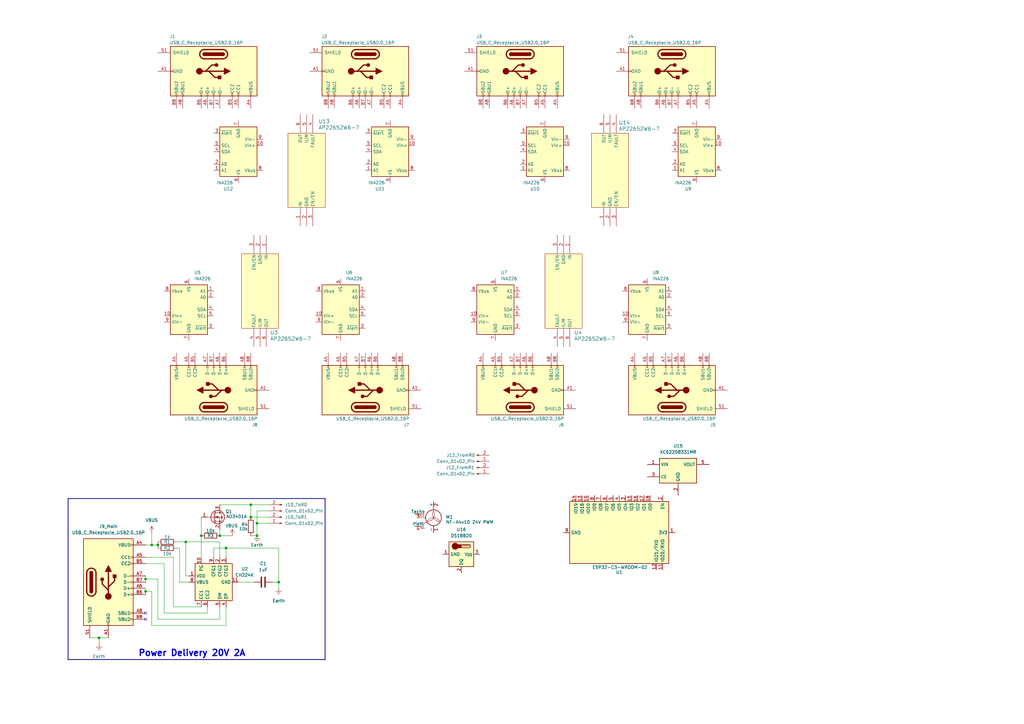
<source format=kicad_sch>
(kicad_sch (version 20250114) (generator "eeschema") (generator_version "9.0")
  (paper "A3")
  (lib_symbols
    (symbol "Connector:Conn_01x02_Pin" (pin_names (offset 1.016) (hide yes))
      (property "Reference" "J" (at 0 2.54 0))
      (property "Value" "Conn_01x02_Pin" (at 0 -5.08 0))
      (symbol "Conn_01x02_Pin_1_1"
        (rectangle (start 0.8636 0.127) (end 0 -0.127) (stroke (width 0.1524)) (fill (type outline)))
        (rectangle (start 0.8636 -2.413) (end 0 -2.667) (stroke (width 0.1524)) (fill (type outline)))
        (polyline (pts (xy 1.27 0) (xy 0.8636 0)) (stroke (width 0.1524)))
        (polyline (pts (xy 1.27 -2.54) (xy 0.8636 -2.54)) (stroke (width 0.1524)))
        (pin passive line (at 5.08 0 180) (length 3.81) (name "Pin_1") (number "1"))
        (pin passive line (at 5.08 -2.54 180) (length 3.81) (name "Pin_2") (number "2"))
      )
    )
    (symbol "Connector:USB_C_Receptacle_USB2.0_16P" (pin_names (offset 1.016))
      (property "Reference" "J" (at 0 22.225 0))
      (property "Value" "USB_C_Receptacle_USB2.0_16P" (at 0 19.685 0))
      (symbol "USB_C_Receptacle_USB2.0_16P_0_0"
        (rectangle (start -0.254 -17.78) (end 0.254 -16.764))
        (rectangle (start 10.16 15.494) (end 9.144 14.986))
        (rectangle (start 10.16 10.414) (end 9.144 9.906))
        (rectangle (start 10.16 7.874) (end 9.144 7.366))
        (rectangle (start 10.16 2.794) (end 9.144 2.286))
        (rectangle (start 10.16 0.254) (end 9.144 -0.254))
        (rectangle (start 10.16 -2.286) (end 9.144 -2.794))
        (rectangle (start 10.16 -4.826) (end 9.144 -5.334))
        (rectangle (start 10.16 -12.446) (end 9.144 -12.954))
        (rectangle (start 10.16 -14.986) (end 9.144 -15.494))
      )
      (symbol "USB_C_Receptacle_USB2.0_16P_0_1"
        (rectangle (start -10.16 17.78) (end 10.16 -17.78) (stroke (width 0.254)) (fill (type background)))
        (polyline (pts (xy -8.89 -3.81) (xy -8.89 3.81)) (stroke (width 0.508)))
        (rectangle (start -7.62 -3.81) (end -6.35 3.81) (stroke (width 0.254)) (fill (type outline)))
        (arc (start -7.62 3.81) (mid -6.985 4.4423) (end -6.35 3.81) (stroke (width 0.254)))
        (arc (start -7.62 3.81) (mid -6.985 4.4423) (end -6.35 3.81) (stroke (width 0.254)) (fill (type outline)))
        (arc (start -8.89 3.81) (mid -6.985 5.7067) (end -5.08 3.81) (stroke (width 0.508)))
        (arc (start -5.08 -3.81) (mid -6.985 -5.7067) (end -8.89 -3.81) (stroke (width 0.508)))
        (arc (start -6.35 -3.81) (mid -6.985 -4.4423) (end -7.62 -3.81) (stroke (width 0.254)))
        (arc (start -6.35 -3.81) (mid -6.985 -4.4423) (end -7.62 -3.81) (stroke (width 0.254)) (fill (type outline)))
        (polyline (pts (xy -5.08 3.81) (xy -5.08 -3.81)) (stroke (width 0.508)))
        (circle (center -2.54 1.143) (radius 0.635) (stroke (width 0.254)) (fill (type outline)))
        (polyline (pts (xy -1.27 4.318) (xy 0 6.858) (xy 1.27 4.318) (xy -1.27 4.318)) (stroke (width 0.254)) (fill (type outline)))
        (polyline (pts (xy 0 -2.032) (xy 2.54 0.508) (xy 2.54 1.778)) (stroke (width 0.508)))
        (polyline (pts (xy 0 -3.302) (xy -2.54 -0.762) (xy -2.54 0.508)) (stroke (width 0.508)))
        (polyline (pts (xy 0 -5.842) (xy 0 4.318)) (stroke (width 0.508)))
        (circle (center 0 -5.842) (radius 1.27) (fill (type outline)))
        (rectangle (start 1.905 1.778) (end 3.175 3.048) (stroke (width 0.254)) (fill (type outline)))
      )
      (symbol "USB_C_Receptacle_USB2.0_16P_1_1"
        (pin passive line (at -7.62 -22.86 90) (length 5.08) (name "SHIELD") (number "S1"))
        (pin passive line (at 0 -22.86 90) (length 5.08) (name "GND") (number "A1"))
        (pin passive line (at 0 -22.86 90) (length 5.08) (hide yes) (name "GND") (number "A12"))
        (pin passive line (at 0 -22.86 90) (length 5.08) (hide yes) (name "GND") (number "B1"))
        (pin passive line (at 0 -22.86 90) (length 5.08) (hide yes) (name "GND") (number "B12"))
        (pin passive line (at 15.24 15.24 180) (length 5.08) (name "VBUS") (number "A4"))
        (pin passive line (at 15.24 15.24 180) (length 5.08) (hide yes) (name "VBUS") (number "A9"))
        (pin passive line (at 15.24 15.24 180) (length 5.08) (hide yes) (name "VBUS") (number "B4"))
        (pin passive line (at 15.24 15.24 180) (length 5.08) (hide yes) (name "VBUS") (number "B9"))
        (pin bidirectional line (at 15.24 10.16 180) (length 5.08) (name "CC1") (number "A5"))
        (pin bidirectional line (at 15.24 7.62 180) (length 5.08) (name "CC2") (number "B5"))
        (pin bidirectional line (at 15.24 2.54 180) (length 5.08) (name "D-") (number "A7"))
        (pin bidirectional line (at 15.24 0 180) (length 5.08) (name "D-") (number "B7"))
        (pin bidirectional line (at 15.24 -2.54 180) (length 5.08) (name "D+") (number "A6"))
        (pin bidirectional line (at 15.24 -5.08 180) (length 5.08) (name "D+") (number "B6"))
        (pin bidirectional line (at 15.24 -12.7 180) (length 5.08) (name "SBU1") (number "A8"))
        (pin bidirectional line (at 15.24 -15.24 180) (length 5.08) (name "SBU2") (number "B8"))
      )
    )
    (symbol "Device:C" (pin_numbers (hide yes)) (pin_names (offset 0.254))
      (property "Reference" "C" (at 0.635 2.54 0))
      (property "Value" "C" (at 0.635 -2.54 0))
      (symbol "C_0_1"
        (polyline (pts (xy -2.032 0.762) (xy 2.032 0.762)) (stroke (width 0.508)))
        (polyline (pts (xy -2.032 -0.762) (xy 2.032 -0.762)) (stroke (width 0.508)))
      )
      (symbol "C_1_1"
        (pin passive line (at 0 3.81 270) (length 2.794) (name "~") (number "1"))
        (pin passive line (at 0 -3.81 90) (length 2.794) (name "~") (number "2"))
      )
    )
    (symbol "Device:R" (pin_numbers (hide yes)) (pin_names (offset 0))
      (property "Reference" "R" (at 2.032 0 90))
      (property "Value" "R" (at 0 0 90))
      (symbol "R_0_1"
        (rectangle (start -1.016 -2.54) (end 1.016 2.54) (stroke (width 0.254)))
      )
      (symbol "R_1_1"
        (pin passive line (at 0 3.81 270) (length 1.27) (name "~") (number "1"))
        (pin passive line (at 0 -3.81 90) (length 1.27) (name "~") (number "2"))
      )
    )
    (symbol "Interface_USB:CH224K"
      (property "Reference" "U" (at -7.874 -8.89 0))
      (property "Value" "CH224K" (at 3.048 -8.89 0))
      (symbol "CH224K_1_1"
        (rectangle (start -7.62 7.62) (end 7.62 -7.62) (stroke (width 0.254)) (fill (type background)))
        (pin bidirectional line (at -10.16 5.08 0) (length 2.54) (name "CC1") (number "7"))
        (pin bidirectional line (at -10.16 2.54 0) (length 2.54) (name "CC2") (number "6"))
        (pin bidirectional line (at -10.16 -2.54 0) (length 2.54) (name "DM") (number "5"))
        (pin bidirectional line (at -10.16 -5.08 0) (length 2.54) (name "DP") (number "4"))
        (pin passive line (at 0 10.16 270) (length 2.54) (name "VBUS") (number "8"))
        (pin power_in line (at 0 -10.16 90) (length 2.54) (name "GND") (number "11"))
        (pin power_in line (at 2.54 10.16 270) (length 2.54) (name "VDD") (number "1"))
        (pin open_collector line (at 10.16 5.08 180) (length 2.54) (name "PG") (number "10"))
        (pin passive line (at 10.16 0 180) (length 2.54) (name "CFG1") (number "9"))
        (pin passive line (at 10.16 -2.54 180) (length 2.54) (name "CFG2") (number "2"))
        (pin passive line (at 10.16 -5.08 180) (length 2.54) (name "CFG3") (number "3"))
      )
    )
    (symbol "Library:AP22652W6-7" (pin_names (offset 0.254))
      (property "Reference" "U" (at 22.86 10.16 0))
      (property "Value" "AP22652W6-7" (at 22.86 7.62 0))
      (symbol "AP22652W6-7_0_1"
        (pin unspecified line (at 0 0 0) (length 7.62) (name "IN") (number "1"))
        (pin power_out line (at 0 -2.54 0) (length 7.62) (name "GND") (number "2"))
        (pin unspecified line (at 0 -5.08 0) (length 7.62) (name "EN/EN") (number "3"))
        (pin output line (at 45.72 0 180) (length 7.62) (name "OUT") (number "6"))
        (pin unspecified line (at 45.72 -2.54 180) (length 7.62) (name "ILIM") (number "5"))
        (pin unspecified line (at 45.72 -5.08 180) (length 7.62) (name "FAULT") (number "4"))
      )
      (symbol "AP22652W6-7_1_1"
        (rectangle (start 7.62 5.08) (end 38.1 -10.16) (fill (type background)))
      )
    )
    (symbol "Motor:Fan_4pin" (pin_names (offset 0))
      (property "Reference" "M" (at 2.54 5.08 0))
      (property "Value" "Fan_4pin" (at 2.54 -2.54 0))
      (symbol "Fan_4pin_0_0"
        (polyline (pts (xy -5.08 2.032) (xy -5.334 2.159)))
        (polyline (pts (xy -5.08 2.032) (xy -5.207 1.778)))
        (arc (start -4.572 1.524) (mid -5.08 1.0182) (end -5.588 1.524))
        (arc (start -5.588 1.524) (mid -5.4392 1.8832) (end -5.08 2.032))
        (polyline (pts (xy -4.064 2.54) (xy -4.064 1.016) (xy -3.302 1.016)))
      )
      (symbol "Fan_4pin_0_1"
        (polyline (pts (xy -5.334 -3.302) (xy -5.08 -3.302) (xy -5.08 -3.048) (xy -4.826 -3.048) (xy -4.826 -3.302) (xy -4.318 -3.302) (xy -4.318 -3.048) (xy -4.064 -3.048) (xy -4.064 -3.302) (xy -3.556 -3.302)))
        (polyline (pts (xy -4.064 2.54) (xy -5.08 2.54)))
        (polyline (pts (xy -2.54 -1.016) (xy -4.064 -1.016) (xy -4.064 -2.54) (xy -5.08 -2.54)))
        (arc (start 0 3.81) (mid -0.0015 0.9048) (end -2.54 -0.508))
        (polyline (pts (xy 0 4.572) (xy 0 5.08)))
        (polyline (pts (xy 0 4.2672) (xy 0 4.6228)))
        (circle (center 0 1.016) (radius 3.2512) (stroke (width 0.254)))
        (arc (start -2.54 -0.508) (mid 0 1.0618) (end 2.54 -0.508))
        (polyline (pts (xy 0 -2.2352) (xy 0 -2.6416)))
        (polyline (pts (xy 0 -5.08) (xy 0 -4.572)))
        (arc (start 2.54 -0.508) (mid 0.047 0.9315) (end 0 3.81))
      )
      (symbol "Fan_4pin_1_1"
        (pin passive line (at -7.62 2.54 0) (length 2.54) (name "Tacho") (number "3"))
        (pin input line (at -7.62 -2.54 0) (length 2.54) (name "PWM") (number "4"))
        (pin passive line (at 0 7.62 270) (length 2.54) (name "+") (number "2"))
        (pin passive line (at 0 -5.08 90) (length 2.54) (name "-") (number "1"))
      )
    )
    (symbol "RF_Module:ESP32-C3-WROOM-02"
      (property "Reference" "U" (at -12.192 21.336 0))
      (property "Value" "ESP32-C3-WROOM-02" (at 12.192 21.336 0))
      (symbol "ESP32-C3-WROOM-02_1_1"
        (rectangle (start -12.7 20.32) (end 12.7 -20.32) (stroke (width 0.254)) (fill (type background)))
        (pin input line (at -15.24 17.78 0) (length 2.54) (name "EN") (number "2"))
        (pin bidirectional line (at -15.24 12.7 0) (length 2.54) (name "IO0") (number "18"))
        (pin bidirectional line (at -15.24 10.16 0) (length 2.54) (name "IO1") (number "17"))
        (pin bidirectional line (at -15.24 7.62 0) (length 2.54) (name "IO2") (number "16"))
        (pin bidirectional line (at -15.24 5.08 0) (length 2.54) (name "IO3") (number "15"))
        (pin bidirectional line (at -15.24 2.54 0) (length 2.54) (name "IO4") (number "3"))
        (pin bidirectional line (at -15.24 0 0) (length 2.54) (name "IO5") (number "4"))
        (pin bidirectional line (at -15.24 -2.54 0) (length 2.54) (name "IO6") (number "5"))
        (pin bidirectional line (at -15.24 -5.08 0) (length 2.54) (name "IO7") (number "6"))
        (pin bidirectional line (at -15.24 -7.62 0) (length 2.54) (name "IO8") (number "7"))
        (pin bidirectional line (at -15.24 -10.16 0) (length 2.54) (name "IO9") (number "8"))
        (pin bidirectional line (at -15.24 -12.7 0) (length 2.54) (name "IO10") (number "10"))
        (pin bidirectional line (at -15.24 -15.24 0) (length 2.54) (name "IO18") (number "13"))
        (pin bidirectional line (at -15.24 -17.78 0) (length 2.54) (name "IO19") (number "14"))
        (pin power_in line (at 0 22.86 270) (length 2.54) (name "3V3") (number "1"))
        (pin passive line (at 0 -22.86 90) (length 2.54) (hide yes) (name "GND") (number "19"))
        (pin power_in line (at 0 -22.86 90) (length 2.54) (name "GND") (number "9"))
        (pin bidirectional line (at 15.24 17.78 180) (length 2.54) (name "IO20/RXD") (number "11"))
        (pin bidirectional line (at 15.24 15.24 180) (length 2.54) (name "IO21/TXD") (number "12"))
      )
    )
    (symbol "Regulator_Linear:XC6220B331MR"
      (property "Reference" "U" (at 0 8.89 0))
      (property "Value" "XC6220B331MR" (at 0 6.35 0))
      (symbol "XC6220B331MR_0_1"
        (rectangle (start -7.62 5.08) (end 7.62 -5.08) (stroke (width 0.254)) (fill (type background)))
      )
      (symbol "XC6220B331MR_1_1"
        (pin power_in line (at -12.7 2.54 0) (length 5.08) (name "VIN") (number "1"))
        (pin input line (at -12.7 -2.54 0) (length 5.08) (name "CE") (number "3"))
        (pin power_in line (at 0 -10.16 90) (length 5.08) (name "GND") (number "2"))
        (pin no_connect line (at 7.62 -2.54 180) (length 5.08) (hide yes) (name "NC") (number "4"))
        (pin power_out line (at 12.7 2.54 180) (length 5.08) (name "VOUT") (number "5"))
      )
    )
    (symbol "Sensor_Energy:INA226"
      (property "Reference" "U" (at -6.35 11.43 0))
      (property "Value" "INA226" (at 3.81 11.43 0))
      (symbol "INA226_0_1"
        (rectangle (start 7.62 10.16) (end -7.62 -10.16) (stroke (width 0.254)) (fill (type background)))
      )
      (symbol "INA226_1_1"
        (pin input line (at -10.16 7.62 0) (length 2.54) (name "Vbus") (number "8"))
        (pin input line (at -10.16 -2.54 0) (length 2.54) (name "Vin+") (number "10"))
        (pin input line (at -10.16 -5.08 0) (length 2.54) (name "Vin-") (number "9"))
        (pin power_in line (at 0 12.7 270) (length 2.54) (name "VS") (number "6"))
        (pin power_in line (at 0 -12.7 90) (length 2.54) (name "GND") (number "7"))
        (pin input line (at 10.16 7.62 180) (length 2.54) (name "A1") (number "1"))
        (pin input line (at 10.16 5.08 180) (length 2.54) (name "A0") (number "2"))
        (pin bidirectional line (at 10.16 0 180) (length 2.54) (name "SDA") (number "4"))
        (pin input line (at 10.16 -2.54 180) (length 2.54) (name "SCL") (number "5"))
        (pin open_collector line (at 10.16 -7.62 180) (length 2.54) (name "~{Alert}") (number "3"))
      )
    )
    (symbol "Sensor_Temperature:DS18B20"
      (property "Reference" "U" (at -3.81 6.35 0))
      (property "Value" "DS18B20" (at 6.35 6.35 0))
      (symbol "DS18B20_0_1"
        (rectangle (start -5.08 5.08) (end 5.08 -5.08) (stroke (width 0.254)) (fill (type background)))
        (polyline (pts (xy -3.937 3.175) (xy -3.937 0)) (stroke (width 0.254)))
        (polyline (pts (xy -3.937 3.175) (xy -3.302 3.175)) (stroke (width 0.254)))
        (polyline (pts (xy -3.937 2.54) (xy -3.302 2.54)) (stroke (width 0.254)))
        (polyline (pts (xy -3.937 1.905) (xy -3.302 1.905)) (stroke (width 0.254)))
        (polyline (pts (xy -3.937 1.27) (xy -3.302 1.27)) (stroke (width 0.254)))
        (polyline (pts (xy -3.937 0.635) (xy -3.302 0.635)) (stroke (width 0.254)))
        (arc (start -3.937 3.175) (mid -3.302 3.8073) (end -2.667 3.175) (stroke (width 0.254)))
        (circle (center -3.302 -2.54) (radius 1.27) (stroke (width 0.254)) (fill (type outline)))
        (polyline (pts (xy -2.667 3.175) (xy -2.667 0)) (stroke (width 0.254)))
        (rectangle (start -2.667 -1.905) (end -3.937 0) (stroke (width 0.254)) (fill (type outline)))
      )
      (symbol "DS18B20_1_1"
        (pin power_in line (at 0 7.62 270) (length 2.54) (name "V_{DD}") (number "3"))
        (pin power_in line (at 0 -7.62 90) (length 2.54) (name "GND") (number "1"))
        (pin bidirectional line (at 7.62 0 180) (length 2.54) (name "DQ") (number "2"))
      )
    )
    (symbol "Transistor_FET:AO3401A" (pin_names (hide yes))
      (property "Reference" "Q" (at 5.08 1.905 0))
      (property "Value" "AO3401A" (at 5.08 0 0))
      (symbol "AO3401A_0_1"
        (polyline (pts (xy 0.254 1.905) (xy 0.254 -1.905)) (stroke (width 0.254)))
        (polyline (pts (xy 0.254 0) (xy -2.54 0)))
        (polyline (pts (xy 0.762 2.286) (xy 0.762 1.27)) (stroke (width 0.254)))
        (polyline (pts (xy 0.762 1.778) (xy 3.302 1.778) (xy 3.302 -1.778) (xy 0.762 -1.778)))
        (polyline (pts (xy 0.762 0.508) (xy 0.762 -0.508)) (stroke (width 0.254)))
        (polyline (pts (xy 0.762 -1.27) (xy 0.762 -2.286)) (stroke (width 0.254)))
        (circle (center 1.651 0) (radius 2.794) (stroke (width 0.254)))
        (polyline (pts (xy 2.286 0) (xy 1.27 0.381) (xy 1.27 -0.381) (xy 2.286 0)) (fill (type outline)))
        (polyline (pts (xy 2.54 2.54) (xy 2.54 1.778)))
        (circle (center 2.54 1.778) (radius 0.254) (fill (type outline)))
        (circle (center 2.54 -1.778) (radius 0.254) (fill (type outline)))
        (polyline (pts (xy 2.54 -2.54) (xy 2.54 0) (xy 0.762 0)))
        (polyline (pts (xy 2.794 -0.508) (xy 2.921 -0.381) (xy 3.683 -0.381) (xy 3.81 -0.254)))
        (polyline (pts (xy 3.302 -0.381) (xy 2.921 0.254) (xy 3.683 0.254) (xy 3.302 -0.381)))
      )
      (symbol "AO3401A_1_1"
        (pin input line (at -5.08 0 0) (length 2.54) (name "G") (number "1"))
        (pin passive line (at 2.54 5.08 270) (length 2.54) (name "D") (number "3"))
        (pin passive line (at 2.54 -5.08 90) (length 2.54) (name "S") (number "2"))
      )
    )
    (symbol "power:Earth" (power) (pin_numbers (hide yes)) (pin_names (offset 0) (hide yes))
      (property "Value" "Earth" (at 0 -3.81 0))
      (symbol "Earth_0_1"
        (polyline (pts (xy -0.635 -1.905) (xy 0.635 -1.905)))
        (polyline (pts (xy -0.127 -2.54) (xy 0.127 -2.54)))
        (polyline (pts (xy 0 -1.27) (xy 0 0)))
        (polyline (pts (xy 1.27 -1.27) (xy -1.27 -1.27)))
      )
      (symbol "Earth_1_1"
        (pin power_in line (at 0 0 270) (length 0) (name "~") (number "1"))
      )
    )
    (symbol "power:VBUS" (power) (pin_numbers (hide yes)) (pin_names (offset 0) (hide yes))
      (property "Value" "VBUS" (at 0 3.556 0))
      (symbol "VBUS_0_1"
        (polyline (pts (xy -0.762 1.27) (xy 0 2.54)))
        (polyline (pts (xy 0 2.54) (xy 0.762 1.27)))
        (polyline (pts (xy 0 0) (xy 0 2.54)))
      )
      (symbol "VBUS_1_1"
        (pin power_in line (at 0 0 90) (length 0) (name "~") (number "1"))
      )
    )
  )
  (text "Power Delivery 20V 2A\n" (at 78.74 267.97 0) (effects (font (size 2.54 2.54) (thickness 0.508) (bold yes))))
  (junction (at 92.71 224.79))
  (junction (at 90.17 219.71))
  (junction (at 59.69 237.49))
  (junction (at 62.23 223.52))
  (junction (at 105.41 214.63))
  (junction (at 40.64 261.62))
  (junction (at 82.55 219.71))
  (junction (at 59.69 242.57))
  (junction (at 114.3 238.76))
  (junction (at 76.2 222.25))
  (junction (at 64.77 223.52))
  (junction (at 102.87 207.01))
  (junction (at 102.87 212.09))
  (junction (at 105.41 219.71))
  (no_connect (at 59.69 254))
  (no_connect (at 59.69 251.46))
  (wire (pts (xy 62.23 218.44) (xy 62.23 223.52)))
  (wire (pts (xy 71.12 228.6) (xy 71.12 248.92)))
  (wire (pts (xy 64.77 254) (xy 64.77 237.49)))
  (wire (pts (xy 90.17 207.01) (xy 102.87 207.01)))
  (wire (pts (xy 76.2 222.25) (xy 76.2 236.22)))
  (bus (pts (xy 133.35 270.51) (xy 27.94 270.51)))
  (wire (pts (xy 92.71 224.79) (xy 87.63 224.79)))
  (wire (pts (xy 73.66 224.79) (xy 73.66 238.76)))
  (bus (pts (xy 27.94 204.47) (xy 133.35 204.47)))
  (wire (pts (xy 62.23 256.54) (xy 62.23 242.57)))
  (wire (pts (xy 59.69 241.3) (xy 59.69 242.57)))
  (wire (pts (xy 72.39 224.79) (xy 73.66 224.79)))
  (wire (pts (xy 62.23 223.52) (xy 64.77 223.52)))
  (wire (pts (xy 90.17 219.71) (xy 95.25 219.71)))
  (wire (pts (xy 105.41 214.63) (xy 105.41 219.71)))
  (wire (pts (xy 92.71 228.6) (xy 92.71 224.79)))
  (wire (pts (xy 114.3 224.79) (xy 114.3 238.76)))
  (wire (pts (xy 111.76 238.76) (xy 114.3 238.76)))
  (wire (pts (xy 59.69 223.52) (xy 62.23 223.52)))
  (wire (pts (xy 76.2 222.25) (xy 90.17 222.25)))
  (wire (pts (xy 59.69 237.49) (xy 59.69 238.76)))
  (wire (pts (xy 64.77 222.25) (xy 64.77 223.52)))
  (wire (pts (xy 73.66 238.76) (xy 77.47 238.76)))
  (wire (pts (xy 92.71 224.79) (xy 114.3 224.79)))
  (bus (pts (xy 27.94 270.51) (xy 27.94 204.47)))
  (wire (pts (xy 102.87 219.71) (xy 105.41 219.71)))
  (wire (pts (xy 82.55 219.71) (xy 82.55 228.6)))
  (wire (pts (xy 71.12 248.92) (xy 82.55 248.92)))
  (wire (pts (xy 40.64 261.62) (xy 44.45 261.62)))
  (wire (pts (xy 110.49 212.09) (xy 102.87 212.09)))
  (wire (pts (xy 105.41 209.55) (xy 105.41 214.63)))
  (wire (pts (xy 36.83 261.62) (xy 40.64 261.62)))
  (wire (pts (xy 97.79 238.76) (xy 104.14 238.76)))
  (wire (pts (xy 64.77 223.52) (xy 64.77 224.79)))
  (wire (pts (xy 40.64 264.16) (xy 40.64 261.62)))
  (wire (pts (xy 67.31 231.14) (xy 67.31 251.46)))
  (wire (pts (xy 110.49 209.55) (xy 105.41 209.55)))
  (wire (pts (xy 90.17 254) (xy 64.77 254)))
  (wire (pts (xy 72.39 222.25) (xy 76.2 222.25)))
  (wire (pts (xy 59.69 231.14) (xy 67.31 231.14)))
  (bus (pts (xy 133.35 204.47) (xy 133.35 270.51)))
  (wire (pts (xy 102.87 212.09) (xy 102.87 207.01)))
  (wire (pts (xy 59.69 228.6) (xy 71.12 228.6)))
  (wire (pts (xy 59.69 236.22) (xy 59.69 237.49)))
  (wire (pts (xy 92.71 256.54) (xy 62.23 256.54)))
  (wire (pts (xy 102.87 207.01) (xy 110.49 207.01)))
  (wire (pts (xy 114.3 238.76) (xy 114.3 241.3)))
  (wire (pts (xy 67.31 251.46) (xy 85.09 251.46)))
  (wire (pts (xy 90.17 217.17) (xy 90.17 219.71)))
  (wire (pts (xy 59.69 242.57) (xy 62.23 242.57)))
  (wire (pts (xy 64.77 237.49) (xy 59.69 237.49)))
  (wire (pts (xy 85.09 251.46) (xy 85.09 248.92)))
  (wire (pts (xy 90.17 248.92) (xy 90.17 254)))
  (wire (pts (xy 90.17 228.6) (xy 90.17 222.25)))
  (wire (pts (xy 59.69 242.57) (xy 59.69 243.84)))
  (wire (pts (xy 92.71 248.92) (xy 92.71 256.54)))
  (wire (pts (xy 105.41 214.63) (xy 110.49 214.63)))
  (wire (pts (xy 76.2 236.22) (xy 77.47 236.22)))
  (wire (pts (xy 87.63 224.79) (xy 87.63 228.6)))
  (wire (pts (xy 82.55 212.09) (xy 82.55 219.71)))
  (symbol (lib_id "Connector:Conn_01x02_Pin") (at 195.58 194.31 0) (mirror x) (unit 1)
    (property "Reference" "J12_FromR1" (at 188.722 191.77 0))
    (property "Value" "Conn_01x02_Pin" (at 186.944 194.31 0))
    (property "Description" "Generic connector, single row, 01x02, script generated" (effects (hide yes)))
  )
  (symbol (lib_id "Library:AP22652W6-7") (at 109.22 96.52 270) (unit 1)
    (property "Reference" "U3" (at 110.744 136.398 90) (effects (font (size 1.524 1.524)) (justify left)))
    (property "Value" "AP22652W6-7" (at 110.744 138.938 90) (effects (font (size 1.524 1.524)) (justify left)))
    (property "Footprint" "SOIC_52W6-7_DIO" (effects (hide yes)))
    (property "Datasheet" "AP22652W6-7" (effects (hide yes)))
  )
  (symbol (lib_id "Library:AP22652W6-7") (at 247.65 92.71 90) (unit 1)
    (property "Reference" "U14" (at 253.746 50.292 90) (effects (font (size 1.524 1.524)) (justify right)))
    (property "Value" "AP22652W6-7" (at 253.746 52.832 90) (effects (font (size 1.524 1.524)) (justify right)))
    (property "Footprint" "SOIC_52W6-7_DIO" (effects (hide yes)))
    (property "Datasheet" "AP22652W6-7" (effects (hide yes)))
  )
  (symbol (lib_id "power:Earth") (at 105.41 219.71 0) (unit 1)
    (property "Reference" "#PWR05" (effects (hide yes)))
    (property "Value" "Earth" (at 105.41 223.52 0))
    (property "Description" "Power symbol creates a global label with name \"Earth\"" (effects (hide yes)))
  )
  (symbol (lib_id "Connector:Conn_01x02_Pin") (at 115.57 214.63 180) (unit 1)
    (property "Reference" "J10_ToR1" (at 116.84 212.0899 0) (effects (justify right)))
    (property "Value" "Conn_01x02_Pin" (at 116.84 214.6299 0) (effects (justify right)))
    (property "Description" "Generic connector, single row, 01x02, script generated" (effects (hide yes)))
  )
  (symbol (lib_id "Connector:USB_C_Receptacle_USB2.0_16P") (at 44.45 238.76 0) (unit 1)
    (property "Reference" "J9_Main" (at 44.45 215.9 0))
    (property "Value" "USB_C_Receptacle_USB2.0_16P" (at 44.45 218.44 0))
    (property "Datasheet" "https://www.usb.org/sites/default/files/documents/usb_type-c.zip" (effects (hide yes)))
    (property "Description" "USB 2.0-only 16P Type-C Receptacle connector" (effects (hide yes)))
  )
  (symbol (lib_id "Sensor_Energy:INA226") (at 160.02 62.23 180) (unit 1)
    (property "Reference" "U11" (at 157.8767 77.47 0) (effects (justify left)))
    (property "Value" "INA226" (at 157.8767 74.93 0) (effects (justify left)))
    (property "Footprint" "Package_SO:VSSOP-10_3x3mm_P0.5mm" (effects (hide yes)))
    (property "Datasheet" "http://www.ti.com/lit/ds/symlink/ina226.pdf" (effects (hide yes)))
    (property "Description" "High-Side or Low-Side Measurement, Bi-Directional Current and Power Monitor (0-36V) with I2C Compatible Interface, VSSOP-10" (effects (hide yes)))
  )
  (symbol (lib_id "power:VBUS") (at 62.23 218.44 0) (unit 1)
    (property "Reference" "#PWR03" (effects (hide yes)))
    (property "Value" "VBUS" (at 62.23 213.36 0))
    (property "Description" "Power symbol creates a global label with name \"VBUS\"" (effects (hide yes)))
  )
  (symbol (lib_id "Library:AP22652W6-7") (at 233.68 96.52 270) (unit 1)
    (property "Reference" "U4" (at 235.458 136.398 90) (effects (font (size 1.524 1.524)) (justify left)))
    (property "Value" "AP22652W6-7" (at 235.458 138.938 90) (effects (font (size 1.524 1.524)) (justify left)))
    (property "Footprint" "SOIC_52W6-7_DIO" (effects (hide yes)))
    (property "Datasheet" "AP22652W6-7" (effects (hide yes)))
  )
  (symbol (lib_id "power:Earth") (at 40.64 264.16 0) (unit 1)
    (property "Reference" "#PWR02" (effects (hide yes)))
    (property "Value" "Earth" (at 40.64 269.24 0))
    (property "Description" "Power symbol creates a global label with name \"Earth\"" (effects (hide yes)))
  )
  (symbol (lib_id "Connector:USB_C_Receptacle_USB2.0_16P") (at 87.63 160.02 90) (unit 1)
    (property "Reference" "J8" (at 105.664 174.244 90) (effects (justify left)))
    (property "Value" "USB_C_Receptacle_USB2.0_16P" (at 105.664 171.704 90) (effects (justify left)))
    (property "Datasheet" "https://www.usb.org/sites/default/files/documents/usb_type-c.zip" (effects (hide yes)))
    (property "Description" "USB 2.0-only 16P Type-C Receptacle connector" (effects (hide yes)))
  )
  (symbol (lib_id "Sensor_Energy:INA226") (at 97.79 62.23 180) (unit 1)
    (property "Reference" "U12" (at 95.6467 77.47 0) (effects (justify left)))
    (property "Value" "INA226" (at 95.6467 74.93 0) (effects (justify left)))
    (property "Footprint" "Package_SO:VSSOP-10_3x3mm_P0.5mm" (effects (hide yes)))
    (property "Datasheet" "http://www.ti.com/lit/ds/symlink/ina226.pdf" (effects (hide yes)))
    (property "Description" "High-Side or Low-Side Measurement, Bi-Directional Current and Power Monitor (0-36V) with I2C Compatible Interface, VSSOP-10" (effects (hide yes)))
  )
  (symbol (lib_id "Sensor_Energy:INA226") (at 285.75 62.23 180) (unit 1)
    (property "Reference" "U9" (at 283.6067 77.47 0) (effects (justify left)))
    (property "Value" "INA226" (at 283.6067 74.93 0) (effects (justify left)))
    (property "Footprint" "Package_SO:VSSOP-10_3x3mm_P0.5mm" (effects (hide yes)))
    (property "Datasheet" "http://www.ti.com/lit/ds/symlink/ina226.pdf" (effects (hide yes)))
    (property "Description" "High-Side or Low-Side Measurement, Bi-Directional Current and Power Monitor (0-36V) with I2C Compatible Interface, VSSOP-10" (effects (hide yes)))
  )
  (symbol (lib_id "Device:C") (at 107.95 238.76 90) (unit 1)
    (property "Reference" "C1" (at 107.95 231.14 90))
    (property "Value" "1uF" (at 107.95 233.68 90))
    (property "Description" "Unpolarized capacitor" (effects (hide yes)))
  )
  (symbol (lib_id "Device:R") (at 68.58 222.25 90) (unit 1)
    (property "Reference" "R1" (at 68.58 222.25 90))
    (property "Value" "1k" (at 68.58 220.218 90))
    (property "Description" "Resistor" (effects (hide yes)))
  )
  (symbol (lib_id "Motor:Fan_4pin") (at 177.8 213.36 0) (unit 1)
    (property "Reference" "M1" (at 182.88 212.0899 0) (effects (justify left)))
    (property "Value" "NF-A4x10 24V PWM" (at 182.88 214.122 0) (effects (justify left)))
    (property "Datasheet" "http://www.formfactors.org/developer%5Cspecs%5Crev1_2_public.pdf" (effects (hide yes)))
    (property "Description" "Fan, tacho output, PWM input, 4-pin connector" (effects (hide yes)))
  )
  (symbol (lib_id "Sensor_Temperature:DS18B20") (at 189.23 227.33 270) (unit 1)
    (property "Reference" "U16" (at 189.23 217.17 90))
    (property "Value" "DS18B20" (at 189.23 219.71 90))
    (property "Footprint" "Package_TO_SOT_THT:TO-92_Inline" (effects (hide yes)))
    (property "Datasheet" "http://datasheets.maximintegrated.com/en/ds/DS18B20.pdf" (effects (hide yes)))
    (property "Description" "Programmable Resolution 1-Wire Digital Thermometer TO-92" (effects (hide yes)))
  )
  (symbol (lib_id "Library:AP22652W6-7") (at 123.19 92.71 90) (unit 1)
    (property "Reference" "U13" (at 130.556 49.784 90) (effects (font (size 1.524 1.524)) (justify right)))
    (property "Value" "AP22652W6-7" (at 130.556 52.324 90) (effects (font (size 1.524 1.524)) (justify right)))
    (property "Footprint" "SOIC_52W6-7_DIO" (effects (hide yes)))
    (property "Datasheet" "AP22652W6-7" (effects (hide yes)))
  )
  (symbol (lib_id "Connector:Conn_01x02_Pin") (at 195.58 189.23 0) (mirror x) (unit 1)
    (property "Reference" "J12_FromR0" (at 188.976 186.69 0))
    (property "Value" "Conn_01x02_Pin" (at 186.944 189.23 0))
    (property "Description" "Generic connector, single row, 01x02, script generated" (effects (hide yes)))
  )
  (symbol (lib_id "Device:R") (at 68.58 224.79 90) (unit 1)
    (property "Reference" "R2" (at 68.58 224.79 90))
    (property "Value" "10k" (at 68.58 227.076 90))
    (property "Description" "Resistor" (effects (hide yes)))
  )
  (symbol (lib_id "Interface_USB:CH224K") (at 87.63 238.76 90) (unit 1)
    (property "Reference" "U2" (at 100.33 233.3146 90))
    (property "Value" "CH224K" (at 100.33 235.8546 90))
    (property "Footprint" "Package_SO:SSOP-10-1EP_3.9x4.9mm_P1mm_EP2.1x3.3mm" (effects (hide yes)))
    (property "Datasheet" "https://www.wch.cn/downloads/file/301.html" (effects (hide yes)))
    (property "Description" "100W USB Type-C PD3.0/2.0, BC1.2 Sink Controller, SSOP-10" (effects (hide yes)))
  )
  (symbol (lib_id "Regulator_Linear:XC6220B331MR") (at 278.13 193.04 0) (unit 1)
    (property "Reference" "U15" (at 278.13 182.88 0))
    (property "Value" "XC6220B331MR" (at 278.13 185.42 0))
    (property "Footprint" "Package_TO_SOT_SMD:SOT-23-5" (effects (hide yes)))
    (property "Datasheet" "https://www.torexsemi.com/file/xc6220/XC6220.pdf" (effects (hide yes)))
    (property "Description" "1A, Low Drop-out Voltage Regulator, Fixed Output 3.3V, SOT-23-5" (effects (hide yes)))
  )
  (symbol (lib_id "Connector:Conn_01x02_Pin") (at 115.57 209.55 180) (unit 1)
    (property "Reference" "J10_ToR0" (at 116.84 207.0099 0) (effects (justify right)))
    (property "Value" "Conn_01x02_Pin" (at 116.84 209.5499 0) (effects (justify right)))
    (property "Description" "Generic connector, single row, 01x02, script generated" (effects (hide yes)))
  )
  (symbol (lib_id "Connector:USB_C_Receptacle_USB2.0_16P") (at 275.59 160.02 90) (unit 1)
    (property "Reference" "J5" (at 293.624 174.244 90) (effects (justify left)))
    (property "Value" "USB_C_Receptacle_USB2.0_16P" (at 293.624 171.704 90) (effects (justify left)))
    (property "Datasheet" "https://www.usb.org/sites/default/files/documents/usb_type-c.zip" (effects (hide yes)))
    (property "Description" "USB 2.0-only 16P Type-C Receptacle connector" (effects (hide yes)))
  )
  (symbol (lib_id "Connector:USB_C_Receptacle_USB2.0_16P") (at 213.36 160.02 90) (unit 1)
    (property "Reference" "J6" (at 231.394 174.244 90) (effects (justify left)))
    (property "Value" "USB_C_Receptacle_USB2.0_16P" (at 231.394 171.704 90) (effects (justify left)))
    (property "Datasheet" "https://www.usb.org/sites/default/files/documents/usb_type-c.zip" (effects (hide yes)))
    (property "Description" "USB 2.0-only 16P Type-C Receptacle connector" (effects (hide yes)))
  )
  (symbol (lib_id "power:VBUS") (at 95.25 219.71 0) (unit 1)
    (property "Reference" "#PWR04" (effects (hide yes)))
    (property "Value" "VBUS" (at 94.996 215.646 0))
    (property "Description" "Power symbol creates a global label with name \"VBUS\"" (effects (hide yes)))
  )
  (symbol (lib_id "Sensor_Energy:INA226") (at 77.47 127 0) (unit 1)
    (property "Reference" "U5" (at 79.6133 111.76 0) (effects (justify left)))
    (property "Value" "INA226" (at 79.6133 114.3 0) (effects (justify left)))
    (property "Footprint" "Package_SO:VSSOP-10_3x3mm_P0.5mm" (effects (hide yes)))
    (property "Datasheet" "http://www.ti.com/lit/ds/symlink/ina226.pdf" (effects (hide yes)))
    (property "Description" "High-Side or Low-Side Measurement, Bi-Directional Current and Power Monitor (0-36V) with I2C Compatible Interface, VSSOP-10" (effects (hide yes)))
  )
  (symbol (lib_id "Connector:USB_C_Receptacle_USB2.0_16P") (at 213.36 29.21 270) (unit 1)
    (property "Reference" "J3" (at 195.326 14.986 90) (effects (justify left)))
    (property "Value" "USB_C_Receptacle_USB2.0_16P" (at 195.326 17.526 90) (effects (justify left)))
    (property "Datasheet" "https://www.usb.org/sites/default/files/documents/usb_type-c.zip" (effects (hide yes)))
    (property "Description" "USB 2.0-only 16P Type-C Receptacle connector" (effects (hide yes)))
  )
  (symbol (lib_id "RF_Module:ESP32-C3-WROOM-02") (at 254 218.44 270) (unit 1)
    (property "Reference" "U1" (at 254 234.696 90))
    (property "Value" "ESP32-C3-WROOM-02" (at 254.254 232.664 90))
    (property "Footprint" "RF_Module:ESP32-C3-WROOM-02" (effects (hide yes)))
    (property "Datasheet" "https://www.espressif.com/sites/default/files/documentation/esp32-c3-wroom-02_datasheet_en.pdf" (effects (hide yes)))
    (property "Description" "802.11 b/g/n Wi­Fi and Bluetooth 5 module, ESP32­C3 SoC, RISC­V microprocessor, On-board antenna" (effects (hide yes)))
  )
  (symbol (lib_id "Connector:USB_C_Receptacle_USB2.0_16P") (at 87.63 29.21 270) (unit 1)
    (property "Reference" "J1" (at 69.596 14.986 90) (effects (justify left)))
    (property "Value" "USB_C_Receptacle_USB2.0_16P" (at 69.596 17.526 90) (effects (justify left)))
    (property "Datasheet" "https://www.usb.org/sites/default/files/documents/usb_type-c.zip" (effects (hide yes)))
    (property "Description" "USB 2.0-only 16P Type-C Receptacle connector" (effects (hide yes)))
  )
  (symbol (lib_id "Connector:USB_C_Receptacle_USB2.0_16P") (at 149.86 160.02 90) (unit 1)
    (property "Reference" "J7" (at 167.894 174.244 90) (effects (justify left)))
    (property "Value" "USB_C_Receptacle_USB2.0_16P" (at 167.894 171.704 90) (effects (justify left)))
    (property "Datasheet" "https://www.usb.org/sites/default/files/documents/usb_type-c.zip" (effects (hide yes)))
    (property "Description" "USB 2.0-only 16P Type-C Receptacle connector" (effects (hide yes)))
  )
  (symbol (lib_id "Sensor_Energy:INA226") (at 203.2 127 0) (unit 1)
    (property "Reference" "U7" (at 205.3433 111.76 0) (effects (justify left)))
    (property "Value" "INA226" (at 205.3433 114.3 0) (effects (justify left)))
    (property "Footprint" "Package_SO:VSSOP-10_3x3mm_P0.5mm" (effects (hide yes)))
    (property "Datasheet" "http://www.ti.com/lit/ds/symlink/ina226.pdf" (effects (hide yes)))
    (property "Description" "High-Side or Low-Side Measurement, Bi-Directional Current and Power Monitor (0-36V) with I2C Compatible Interface, VSSOP-10" (effects (hide yes)))
  )
  (symbol (lib_id "Connector:USB_C_Receptacle_USB2.0_16P") (at 149.86 29.21 270) (unit 1)
    (property "Reference" "J2" (at 131.826 14.986 90) (effects (justify left)))
    (property "Value" "USB_C_Receptacle_USB2.0_16P" (at 131.826 17.526 90) (effects (justify left)))
    (property "Datasheet" "https://www.usb.org/sites/default/files/documents/usb_type-c.zip" (effects (hide yes)))
    (property "Description" "USB 2.0-only 16P Type-C Receptacle connector" (effects (hide yes)))
  )
  (symbol (lib_id "Sensor_Energy:INA226") (at 139.7 127 0) (unit 1)
    (property "Reference" "U6" (at 141.8433 111.76 0) (effects (justify left)))
    (property "Value" "INA226" (at 141.8433 114.3 0) (effects (justify left)))
    (property "Footprint" "Package_SO:VSSOP-10_3x3mm_P0.5mm" (effects (hide yes)))
    (property "Datasheet" "http://www.ti.com/lit/ds/symlink/ina226.pdf" (effects (hide yes)))
    (property "Description" "High-Side or Low-Side Measurement, Bi-Directional Current and Power Monitor (0-36V) with I2C Compatible Interface, VSSOP-10" (effects (hide yes)))
  )
  (symbol (lib_id "Transistor_FET:AO3401A") (at 87.63 212.09 0) (unit 1)
    (property "Reference" "Q1" (at 92.456 209.804 0) (effects (justify left)))
    (property "Value" "AO3401A" (at 92.71 211.836 0) (effects (justify left)))
    (property "Footprint" "Package_TO_SOT_SMD:SOT-23" (effects (hide yes)))
    (property "Datasheet" "http://www.aosmd.com/pdfs/datasheet/AO3401A.pdf" (effects (hide yes)))
    (property "Description" "-4.0A Id, -30V Vds, P-Channel MOSFET, SOT-23" (effects (hide yes)))
  )
  (symbol (lib_id "Device:R") (at 86.36 219.71 90) (unit 1)
    (property "Reference" "R3" (at 86.36 219.71 90))
    (property "Value" "10k" (at 86.36 217.678 90))
    (property "Description" "Resistor" (effects (hide yes)))
  )
  (symbol (lib_id "Sensor_Energy:INA226") (at 265.43 127 0) (unit 1)
    (property "Reference" "U8" (at 267.5733 111.76 0) (effects (justify left)))
    (property "Value" "INA226" (at 267.5733 114.3 0) (effects (justify left)))
    (property "Footprint" "Package_SO:VSSOP-10_3x3mm_P0.5mm" (effects (hide yes)))
    (property "Datasheet" "http://www.ti.com/lit/ds/symlink/ina226.pdf" (effects (hide yes)))
    (property "Description" "High-Side or Low-Side Measurement, Bi-Directional Current and Power Monitor (0-36V) with I2C Compatible Interface, VSSOP-10" (effects (hide yes)))
  )
  (symbol (lib_id "Sensor_Energy:INA226") (at 223.52 62.23 180) (unit 1)
    (property "Reference" "U10" (at 221.3767 77.47 0) (effects (justify left)))
    (property "Value" "INA226" (at 221.3767 74.93 0) (effects (justify left)))
    (property "Footprint" "Package_SO:VSSOP-10_3x3mm_P0.5mm" (effects (hide yes)))
    (property "Datasheet" "http://www.ti.com/lit/ds/symlink/ina226.pdf" (effects (hide yes)))
    (property "Description" "High-Side or Low-Side Measurement, Bi-Directional Current and Power Monitor (0-36V) with I2C Compatible Interface, VSSOP-10" (effects (hide yes)))
  )
  (symbol (lib_id "power:Earth") (at 114.3 241.3 0) (unit 1)
    (property "Reference" "#PWR01" (effects (hide yes)))
    (property "Value" "Earth" (at 114.3 246.38 0))
    (property "Description" "Power symbol creates a global label with name \"Earth\"" (effects (hide yes)))
  )
  (symbol (lib_id "Connector:USB_C_Receptacle_USB2.0_16P") (at 275.59 29.21 270) (unit 1)
    (property "Reference" "J4" (at 257.556 14.986 90) (effects (justify left)))
    (property "Value" "USB_C_Receptacle_USB2.0_16P" (at 257.556 17.526 90) (effects (justify left)))
    (property "Datasheet" "https://www.usb.org/sites/default/files/documents/usb_type-c.zip" (effects (hide yes)))
    (property "Description" "USB 2.0-only 16P Type-C Receptacle connector" (effects (hide yes)))
  )
  (symbol (lib_id "Device:R") (at 102.87 215.9 180) (unit 1)
    (property "Reference" "R4" (at 100.33 215.138 0))
    (property "Value" "10k" (at 99.822 216.916 0))
    (property "Description" "Resistor" (effects (hide yes)))
  )
)
</source>
